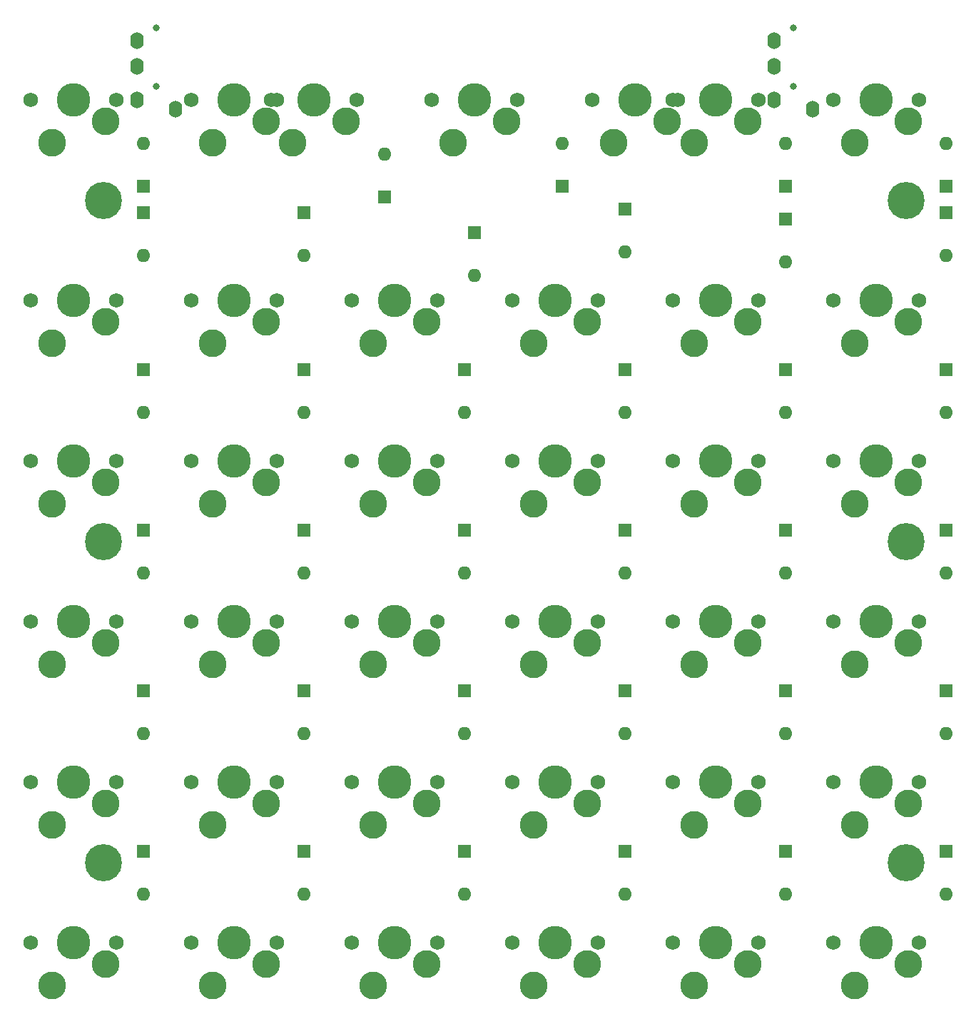
<source format=gts>
G04 #@! TF.GenerationSoftware,KiCad,Pcbnew,8.0.5*
G04 #@! TF.CreationDate,2024-10-08T22:30:13+02:00*
G04 #@! TF.ProjectId,tekskey-v3-rounded,74656b73-6b65-4792-9d76-332d726f756e,rev?*
G04 #@! TF.SameCoordinates,Original*
G04 #@! TF.FileFunction,Soldermask,Top*
G04 #@! TF.FilePolarity,Negative*
%FSLAX46Y46*%
G04 Gerber Fmt 4.6, Leading zero omitted, Abs format (unit mm)*
G04 Created by KiCad (PCBNEW 8.0.5) date 2024-10-08 22:30:13*
%MOMM*%
%LPD*%
G01*
G04 APERTURE LIST*
%ADD10C,0.700000*%
%ADD11C,4.400000*%
%ADD12O,1.600000X1.600000*%
%ADD13R,1.600000X1.600000*%
%ADD14C,3.300000*%
%ADD15C,1.750000*%
%ADD16C,3.987800*%
%ADD17O,1.600000X2.000000*%
%ADD18C,0.800000*%
G04 APERTURE END LIST*
D10*
X138571875Y-123825000D03*
X138088601Y-124991726D03*
X138088601Y-122658274D03*
X136921875Y-125475000D03*
D11*
X136921875Y-123825000D03*
D10*
X136921875Y-122175000D03*
X135755149Y-124991726D03*
X135755149Y-122658274D03*
X135271875Y-123825000D03*
X138571875Y-45243750D03*
X138088601Y-46410476D03*
X138088601Y-44077024D03*
X136921875Y-46893750D03*
D11*
X136921875Y-45243750D03*
D10*
X136921875Y-43593750D03*
X135755149Y-46410476D03*
X135755149Y-44077024D03*
X135271875Y-45243750D03*
X43321875Y-85725000D03*
X42838601Y-86891726D03*
X42838601Y-84558274D03*
X41671875Y-87375000D03*
D11*
X41671875Y-85725000D03*
D10*
X41671875Y-84075000D03*
X40505149Y-86891726D03*
X40505149Y-84558274D03*
X40021875Y-85725000D03*
X43321875Y-45243750D03*
X42838601Y-46410476D03*
X42838601Y-44077024D03*
X41671875Y-46893750D03*
D11*
X41671875Y-45243750D03*
D10*
X41671875Y-43593750D03*
X40505149Y-46410476D03*
X40505149Y-44077024D03*
X40021875Y-45243750D03*
X138571875Y-85725000D03*
X138088601Y-86891726D03*
X138088601Y-84558274D03*
X136921875Y-87375000D03*
D11*
X136921875Y-85725000D03*
D10*
X136921875Y-84075000D03*
X135755149Y-86891726D03*
X135755149Y-84558274D03*
X135271875Y-85725000D03*
X43321875Y-123825000D03*
X42838601Y-124991726D03*
X42838601Y-122658274D03*
X41671875Y-125475000D03*
D11*
X41671875Y-123825000D03*
D10*
X41671875Y-122175000D03*
X40505149Y-124991726D03*
X40505149Y-122658274D03*
X40021875Y-123825000D03*
D12*
X96069190Y-38528029D03*
D13*
X96069190Y-43608029D03*
D14*
X73660000Y-62230000D03*
X80010000Y-59690000D03*
D15*
X81280000Y-57150000D03*
D16*
X76200000Y-57150000D03*
D15*
X71120000Y-57150000D03*
D12*
X122634375Y-89455625D03*
D13*
X122634375Y-84375625D03*
D12*
X122634296Y-108505625D03*
D13*
X122634296Y-103425625D03*
D14*
X130810000Y-62230000D03*
X137160000Y-59690000D03*
D15*
X138430000Y-57150000D03*
D16*
X133350000Y-57150000D03*
D15*
X128270000Y-57150000D03*
D14*
X73660000Y-138430000D03*
X80010000Y-135890000D03*
D15*
X81280000Y-133350000D03*
D16*
X76200000Y-133350000D03*
D15*
X71120000Y-133350000D03*
D12*
X84534375Y-70405625D03*
D13*
X84534375Y-65325625D03*
D12*
X65467925Y-127562395D03*
D13*
X65467925Y-122482395D03*
D12*
X122634296Y-38536548D03*
D13*
X122634296Y-43616548D03*
D12*
X103584375Y-108505625D03*
D13*
X103584375Y-103425625D03*
D14*
X111760000Y-38417500D03*
X118110000Y-35877500D03*
D15*
X119380000Y-33337500D03*
D16*
X114300000Y-33337500D03*
D15*
X109220000Y-33337500D03*
D12*
X46434375Y-108505625D03*
D13*
X46434375Y-103425625D03*
D12*
X65484344Y-89455625D03*
D13*
X65484344Y-84375625D03*
D14*
X54610000Y-38417500D03*
X60960000Y-35877500D03*
D15*
X62230000Y-33337500D03*
D16*
X57150000Y-33337500D03*
D15*
X52070000Y-33337500D03*
D14*
X73660000Y-119380000D03*
X80010000Y-116840000D03*
D15*
X81280000Y-114300000D03*
D16*
X76200000Y-114300000D03*
D15*
X71120000Y-114300000D03*
D14*
X92710000Y-138430000D03*
X99060000Y-135890000D03*
D15*
X100330000Y-133350000D03*
D16*
X95250000Y-133350000D03*
D15*
X90170000Y-133350000D03*
D12*
X65484344Y-108505625D03*
D13*
X65484344Y-103425625D03*
D14*
X111760000Y-119380000D03*
X118110000Y-116840000D03*
D15*
X119380000Y-114300000D03*
D16*
X114300000Y-114300000D03*
D15*
X109220000Y-114300000D03*
D12*
X46434360Y-51792164D03*
D13*
X46434360Y-46712164D03*
D14*
X54610000Y-138430000D03*
X60960000Y-135890000D03*
D15*
X62230000Y-133350000D03*
D16*
X57150000Y-133350000D03*
D15*
X52070000Y-133350000D03*
D12*
X141684280Y-38536548D03*
D13*
X141684280Y-43616548D03*
D14*
X73660000Y-81280000D03*
X80010000Y-78740000D03*
D15*
X81280000Y-76200000D03*
D16*
X76200000Y-76200000D03*
D15*
X71120000Y-76200000D03*
D14*
X83185000Y-38417500D03*
X89535000Y-35877500D03*
D15*
X90805000Y-33337500D03*
D16*
X85725000Y-33337500D03*
D15*
X80645000Y-33337500D03*
D17*
X121227264Y-33337492D03*
X125827264Y-34437492D03*
X121227264Y-26337492D03*
X121227264Y-29337492D03*
D18*
X123527264Y-24737492D03*
X123527264Y-31737492D03*
D14*
X111760000Y-100330000D03*
X118110000Y-97790000D03*
D15*
X119380000Y-95250000D03*
D16*
X114300000Y-95250000D03*
D15*
X109220000Y-95250000D03*
D12*
X85724952Y-54173412D03*
D13*
X85724952Y-49093412D03*
D14*
X92710000Y-100330000D03*
X99060000Y-97790000D03*
D15*
X100330000Y-95250000D03*
D16*
X95250000Y-95250000D03*
D15*
X90170000Y-95250000D03*
D12*
X46434375Y-127555625D03*
D13*
X46434375Y-122475625D03*
D14*
X35560000Y-62230000D03*
X41910000Y-59690000D03*
D15*
X43180000Y-57150000D03*
D16*
X38100000Y-57150000D03*
D15*
X33020000Y-57150000D03*
D12*
X122634296Y-127555625D03*
D13*
X122634296Y-122475625D03*
D12*
X84534375Y-127555625D03*
D13*
X84534375Y-122475625D03*
D14*
X92710000Y-62230000D03*
X99060000Y-59690000D03*
D15*
X100330000Y-57150000D03*
D16*
X95250000Y-57150000D03*
D15*
X90170000Y-57150000D03*
D14*
X35560000Y-81280000D03*
X41910000Y-78740000D03*
D15*
X43180000Y-76200000D03*
D16*
X38100000Y-76200000D03*
D15*
X33020000Y-76200000D03*
D12*
X65484344Y-51792164D03*
D13*
X65484344Y-46712164D03*
D12*
X141684280Y-89455625D03*
D13*
X141684280Y-84375625D03*
D14*
X111760000Y-138430000D03*
X118110000Y-135890000D03*
D15*
X119380000Y-133350000D03*
D16*
X114300000Y-133350000D03*
D15*
X109220000Y-133350000D03*
D12*
X141684280Y-127555625D03*
D13*
X141684280Y-122475625D03*
D12*
X65484375Y-70405625D03*
D13*
X65484375Y-65325625D03*
D14*
X54610000Y-100330000D03*
X60960000Y-97790000D03*
D15*
X62230000Y-95250000D03*
D16*
X57150000Y-95250000D03*
D15*
X52070000Y-95250000D03*
D14*
X92710000Y-119380000D03*
X99060000Y-116840000D03*
D15*
X100330000Y-114300000D03*
D16*
X95250000Y-114300000D03*
D15*
X90170000Y-114300000D03*
D14*
X130810000Y-38417500D03*
X137160000Y-35877500D03*
D15*
X138430000Y-33337500D03*
D16*
X133350000Y-33337500D03*
D15*
X128270000Y-33337500D03*
D12*
X75009336Y-39727172D03*
D13*
X75009336Y-44807172D03*
D14*
X35560000Y-138430000D03*
X41910000Y-135890000D03*
D15*
X43180000Y-133350000D03*
D16*
X38100000Y-133350000D03*
D15*
X33020000Y-133350000D03*
D12*
X46434375Y-70405625D03*
D13*
X46434375Y-65325625D03*
D14*
X111760000Y-62230000D03*
X118110000Y-59690000D03*
D15*
X119380000Y-57150000D03*
D16*
X114300000Y-57150000D03*
D15*
X109220000Y-57150000D03*
D14*
X92710000Y-81280000D03*
X99060000Y-78740000D03*
D15*
X100330000Y-76200000D03*
D16*
X95250000Y-76200000D03*
D15*
X90170000Y-76200000D03*
D12*
X46434360Y-89455625D03*
D13*
X46434360Y-84375625D03*
D14*
X111760000Y-81280000D03*
X118110000Y-78740000D03*
D15*
X119380000Y-76200000D03*
D16*
X114300000Y-76200000D03*
D15*
X109220000Y-76200000D03*
D14*
X130810000Y-81280000D03*
X137160000Y-78740000D03*
D15*
X138430000Y-76200000D03*
D16*
X133350000Y-76200000D03*
D15*
X128270000Y-76200000D03*
D14*
X102235000Y-38417500D03*
X108585000Y-35877500D03*
D15*
X109855000Y-33337500D03*
D16*
X104775000Y-33337500D03*
D15*
X99695000Y-33337500D03*
D12*
X141684375Y-70405625D03*
D13*
X141684375Y-65325625D03*
D14*
X130810000Y-100330000D03*
X137160000Y-97790000D03*
D15*
X138430000Y-95250000D03*
D16*
X133350000Y-95250000D03*
D15*
X128270000Y-95250000D03*
D14*
X35560000Y-119380000D03*
X41910000Y-116840000D03*
D15*
X43180000Y-114300000D03*
D16*
X38100000Y-114300000D03*
D15*
X33020000Y-114300000D03*
D12*
X141684375Y-108505625D03*
D13*
X141684375Y-103425625D03*
D14*
X54610000Y-119380000D03*
X60960000Y-116840000D03*
D15*
X62230000Y-114300000D03*
D16*
X57150000Y-114300000D03*
D15*
X52070000Y-114300000D03*
D12*
X103584375Y-51355625D03*
D13*
X103584375Y-46275625D03*
D14*
X54610000Y-81280000D03*
X60960000Y-78740000D03*
D15*
X62230000Y-76200000D03*
D16*
X57150000Y-76200000D03*
D15*
X52070000Y-76200000D03*
D14*
X73660000Y-100330000D03*
X80010000Y-97790000D03*
D15*
X81280000Y-95250000D03*
D16*
X76200000Y-95250000D03*
D15*
X71120000Y-95250000D03*
D12*
X103584375Y-89455625D03*
D13*
X103584375Y-84375625D03*
D12*
X141684375Y-51792164D03*
D13*
X141684375Y-46712164D03*
D12*
X103584375Y-70405625D03*
D13*
X103584375Y-65325625D03*
D14*
X130810000Y-138430000D03*
X137160000Y-135890000D03*
D15*
X138430000Y-133350000D03*
D16*
X133350000Y-133350000D03*
D15*
X128270000Y-133350000D03*
D14*
X35560000Y-100330000D03*
X41910000Y-97790000D03*
D15*
X43180000Y-95250000D03*
D16*
X38100000Y-95250000D03*
D15*
X33020000Y-95250000D03*
D12*
X122634375Y-70405625D03*
D13*
X122634375Y-65325625D03*
D17*
X45622640Y-33337492D03*
X50222640Y-34437492D03*
X45622640Y-26337492D03*
X45622640Y-29337492D03*
D18*
X47922640Y-24737492D03*
X47922640Y-31737492D03*
D14*
X35560000Y-38417500D03*
X41910000Y-35877500D03*
D15*
X43180000Y-33337500D03*
D16*
X38100000Y-33337500D03*
D15*
X33020000Y-33337500D03*
D14*
X54610000Y-62230000D03*
X60960000Y-59690000D03*
D15*
X62230000Y-57150000D03*
D16*
X57150000Y-57150000D03*
D15*
X52070000Y-57150000D03*
D14*
X64135000Y-38417500D03*
X70485000Y-35877500D03*
D15*
X71755000Y-33337500D03*
D16*
X66675000Y-33337500D03*
D15*
X61595000Y-33337500D03*
D12*
X84534328Y-108505625D03*
D13*
X84534328Y-103425625D03*
D12*
X46434360Y-38536548D03*
D13*
X46434360Y-43616548D03*
D12*
X122634375Y-52546228D03*
D13*
X122634375Y-47466228D03*
D12*
X84534375Y-89455625D03*
D13*
X84534375Y-84375625D03*
D14*
X130810000Y-119380000D03*
X137160000Y-116840000D03*
D15*
X138430000Y-114300000D03*
D16*
X133350000Y-114300000D03*
D15*
X128270000Y-114300000D03*
D12*
X103584375Y-127555625D03*
D13*
X103584375Y-122475625D03*
M02*

</source>
